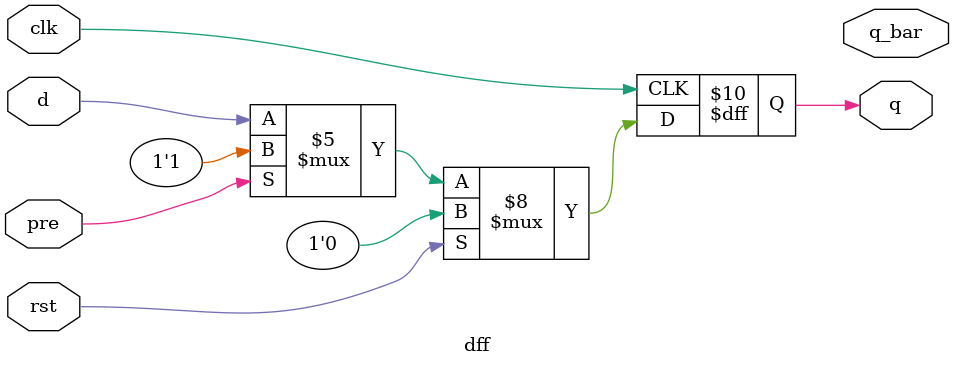
<source format=v>
module explicit();

reg clk, d, rst, pre;
wire q;

// Here q_bar is not connected
// we can connect pots in any order
dff u0(
.q 		(q),
.d 		(d),
.clk	(clk),
.q_bar 	(),
.rst	(rst),
.pre 	(pre)
);

endmodule

// D flip-flop
module dff (q, q_bar, clk, d, rst, pre);
// ------Input ports--------------
input clk, d, rst, pre;
// ------Output ports--------------
output q, q_bar;

// ------Port Data Type------------
reg q;

always @(posedge clk) begin
	if (rst == 1'b1) begin
		q <= 0;
	end else if (pre == 1'b1) begin
		q <= 1;
	end else begin
		q <= d;
	end
end

endmodule
</source>
